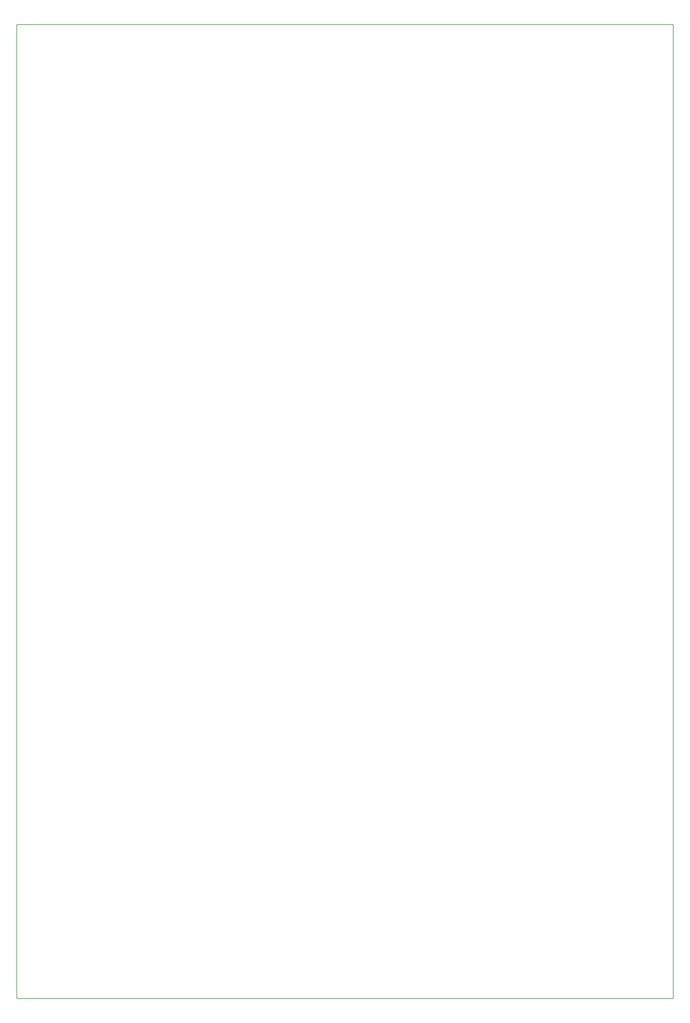
<source format=gm1>
%TF.GenerationSoftware,KiCad,Pcbnew,(6.0.6)*%
%TF.CreationDate,2022-10-07T01:41:05+08:00*%
%TF.ProjectId,7SegmentDisplay_DualLine_NoDriver_10Inches(2),37536567-6d65-46e7-9444-6973706c6179,rev?*%
%TF.SameCoordinates,Original*%
%TF.FileFunction,Profile,NP*%
%FSLAX46Y46*%
G04 Gerber Fmt 4.6, Leading zero omitted, Abs format (unit mm)*
G04 Created by KiCad (PCBNEW (6.0.6)) date 2022-10-07 01:41:05*
%MOMM*%
%LPD*%
G01*
G04 APERTURE LIST*
%TA.AperFunction,Profile*%
%ADD10C,0.150000*%
%TD*%
G04 APERTURE END LIST*
D10*
X490999870Y-210000000D02*
X299000000Y-210000000D01*
X299000000Y-210000000D02*
X299000000Y74749926D01*
X299000000Y74749926D02*
X490999870Y74749926D01*
X490999870Y74749926D02*
X490999870Y-210000000D01*
M02*

</source>
